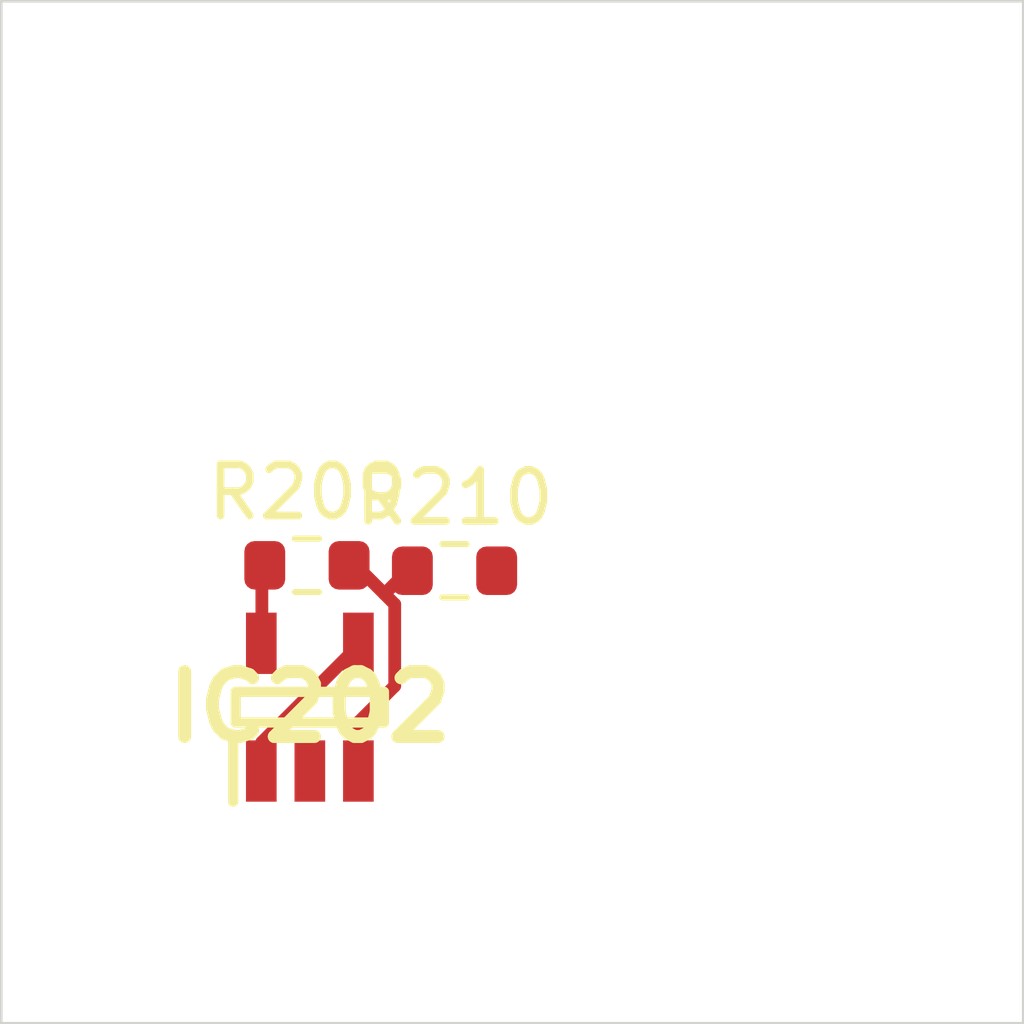
<source format=kicad_pcb>
 ( kicad_pcb  ( version 20171130 )
 ( host pcbnew 5.1.12-84ad8e8a86~92~ubuntu18.04.1 )
 ( general  ( thickness 1.6 )
 ( drawings 4 )
 ( tracks 0 )
 ( zones 0 )
 ( modules 3 )
 ( nets 5 )
)
 ( page A4 )
 ( layers  ( 0 F.Cu signal )
 ( 31 B.Cu signal )
 ( 32 B.Adhes user )
 ( 33 F.Adhes user )
 ( 34 B.Paste user )
 ( 35 F.Paste user )
 ( 36 B.SilkS user )
 ( 37 F.SilkS user )
 ( 38 B.Mask user )
 ( 39 F.Mask user )
 ( 40 Dwgs.User user )
 ( 41 Cmts.User user )
 ( 42 Eco1.User user )
 ( 43 Eco2.User user )
 ( 44 Edge.Cuts user )
 ( 45 Margin user )
 ( 46 B.CrtYd user )
 ( 47 F.CrtYd user )
 ( 48 B.Fab user )
 ( 49 F.Fab user )
)
 ( setup  ( last_trace_width 0.25 )
 ( trace_clearance 0.2 )
 ( zone_clearance 0.508 )
 ( zone_45_only no )
 ( trace_min 0.2 )
 ( via_size 0.8 )
 ( via_drill 0.4 )
 ( via_min_size 0.4 )
 ( via_min_drill 0.3 )
 ( uvia_size 0.3 )
 ( uvia_drill 0.1 )
 ( uvias_allowed no )
 ( uvia_min_size 0.2 )
 ( uvia_min_drill 0.1 )
 ( edge_width 0.05 )
 ( segment_width 0.2 )
 ( pcb_text_width 0.3 )
 ( pcb_text_size 1.5 1.5 )
 ( mod_edge_width 0.12 )
 ( mod_text_size 1 1 )
 ( mod_text_width 0.15 )
 ( pad_size 1.524 1.524 )
 ( pad_drill 0.762 )
 ( pad_to_mask_clearance 0 )
 ( aux_axis_origin 0 0 )
 ( visible_elements FFFFFF7F )
 ( pcbplotparams  ( layerselection 0x010fc_ffffffff )
 ( usegerberextensions false )
 ( usegerberattributes true )
 ( usegerberadvancedattributes true )
 ( creategerberjobfile true )
 ( excludeedgelayer true )
 ( linewidth 0.100000 )
 ( plotframeref false )
 ( viasonmask false )
 ( mode 1 )
 ( useauxorigin false )
 ( hpglpennumber 1 )
 ( hpglpenspeed 20 )
 ( hpglpendiameter 15.000000 )
 ( psnegative false )
 ( psa4output false )
 ( plotreference true )
 ( plotvalue true )
 ( plotinvisibletext false )
 ( padsonsilk false )
 ( subtractmaskfromsilk false )
 ( outputformat 1 )
 ( mirror false )
 ( drillshape 1 )
 ( scaleselection 1 )
 ( outputdirectory "" )
)
)
 ( net 0 "" )
 ( net 1 GND )
 ( net 2 VDDA )
 ( net 3 /Sheet6235D886/vp )
 ( net 4 "Net-(IC202-Pad3)" )
 ( net_class Default "This is the default net class."  ( clearance 0.2 )
 ( trace_width 0.25 )
 ( via_dia 0.8 )
 ( via_drill 0.4 )
 ( uvia_dia 0.3 )
 ( uvia_drill 0.1 )
 ( add_net /Sheet6235D886/vp )
 ( add_net GND )
 ( add_net "Net-(IC202-Pad3)" )
 ( add_net VDDA )
)
 ( module SOT95P280X145-5N locked  ( layer F.Cu )
 ( tedit 62336ED7 )
 ( tstamp 623423ED )
 ( at 86.038900 113.815000 90.000000 )
 ( descr DBV0005A )
 ( tags "Integrated Circuit" )
 ( path /6235D887/6266C08E )
 ( attr smd )
 ( fp_text reference IC202  ( at 0 0 )
 ( layer F.SilkS )
 ( effects  ( font  ( size 1.27 1.27 )
 ( thickness 0.254 )
)
)
)
 ( fp_text value TL071HIDBVR  ( at 0 0 )
 ( layer F.SilkS )
hide  ( effects  ( font  ( size 1.27 1.27 )
 ( thickness 0.254 )
)
)
)
 ( fp_line  ( start -1.85 -1.5 )
 ( end -0.65 -1.5 )
 ( layer F.SilkS )
 ( width 0.2 )
)
 ( fp_line  ( start -0.3 1.45 )
 ( end -0.3 -1.45 )
 ( layer F.SilkS )
 ( width 0.2 )
)
 ( fp_line  ( start 0.3 1.45 )
 ( end -0.3 1.45 )
 ( layer F.SilkS )
 ( width 0.2 )
)
 ( fp_line  ( start 0.3 -1.45 )
 ( end 0.3 1.45 )
 ( layer F.SilkS )
 ( width 0.2 )
)
 ( fp_line  ( start -0.3 -1.45 )
 ( end 0.3 -1.45 )
 ( layer F.SilkS )
 ( width 0.2 )
)
 ( fp_line  ( start -0.8 -0.5 )
 ( end 0.15 -1.45 )
 ( layer Dwgs.User )
 ( width 0.1 )
)
 ( fp_line  ( start -0.8 1.45 )
 ( end -0.8 -1.45 )
 ( layer Dwgs.User )
 ( width 0.1 )
)
 ( fp_line  ( start 0.8 1.45 )
 ( end -0.8 1.45 )
 ( layer Dwgs.User )
 ( width 0.1 )
)
 ( fp_line  ( start 0.8 -1.45 )
 ( end 0.8 1.45 )
 ( layer Dwgs.User )
 ( width 0.1 )
)
 ( fp_line  ( start -0.8 -1.45 )
 ( end 0.8 -1.45 )
 ( layer Dwgs.User )
 ( width 0.1 )
)
 ( fp_line  ( start -2.1 1.775 )
 ( end -2.1 -1.775 )
 ( layer Dwgs.User )
 ( width 0.05 )
)
 ( fp_line  ( start 2.1 1.775 )
 ( end -2.1 1.775 )
 ( layer Dwgs.User )
 ( width 0.05 )
)
 ( fp_line  ( start 2.1 -1.775 )
 ( end 2.1 1.775 )
 ( layer Dwgs.User )
 ( width 0.05 )
)
 ( fp_line  ( start -2.1 -1.775 )
 ( end 2.1 -1.775 )
 ( layer Dwgs.User )
 ( width 0.05 )
)
 ( pad 1 smd rect  ( at -1.25 -0.95 180.000000 )
 ( size 0.6 1.2 )
 ( layers F.Cu F.Mask F.Paste )
 ( net 3 /Sheet6235D886/vp )
)
 ( pad 2 smd rect  ( at -1.25 0 180.000000 )
 ( size 0.6 1.2 )
 ( layers F.Cu F.Mask F.Paste )
 ( net 1 GND )
)
 ( pad 3 smd rect  ( at -1.25 0.95 180.000000 )
 ( size 0.6 1.2 )
 ( layers F.Cu F.Mask F.Paste )
 ( net 4 "Net-(IC202-Pad3)" )
)
 ( pad 4 smd rect  ( at 1.25 0.95 180.000000 )
 ( size 0.6 1.2 )
 ( layers F.Cu F.Mask F.Paste )
 ( net 3 /Sheet6235D886/vp )
)
 ( pad 5 smd rect  ( at 1.25 -0.95 180.000000 )
 ( size 0.6 1.2 )
 ( layers F.Cu F.Mask F.Paste )
 ( net 2 VDDA )
)
)
 ( module Resistor_SMD:R_0603_1608Metric  ( layer F.Cu )
 ( tedit 5F68FEEE )
 ( tstamp 62342595 )
 ( at 85.981800 111.039000 )
 ( descr "Resistor SMD 0603 (1608 Metric), square (rectangular) end terminal, IPC_7351 nominal, (Body size source: IPC-SM-782 page 72, https://www.pcb-3d.com/wordpress/wp-content/uploads/ipc-sm-782a_amendment_1_and_2.pdf), generated with kicad-footprint-generator" )
 ( tags resistor )
 ( path /6235D887/623CDBD9 )
 ( attr smd )
 ( fp_text reference R209  ( at 0 -1.43 )
 ( layer F.SilkS )
 ( effects  ( font  ( size 1 1 )
 ( thickness 0.15 )
)
)
)
 ( fp_text value 100k  ( at 0 1.43 )
 ( layer F.Fab )
 ( effects  ( font  ( size 1 1 )
 ( thickness 0.15 )
)
)
)
 ( fp_line  ( start -0.8 0.4125 )
 ( end -0.8 -0.4125 )
 ( layer F.Fab )
 ( width 0.1 )
)
 ( fp_line  ( start -0.8 -0.4125 )
 ( end 0.8 -0.4125 )
 ( layer F.Fab )
 ( width 0.1 )
)
 ( fp_line  ( start 0.8 -0.4125 )
 ( end 0.8 0.4125 )
 ( layer F.Fab )
 ( width 0.1 )
)
 ( fp_line  ( start 0.8 0.4125 )
 ( end -0.8 0.4125 )
 ( layer F.Fab )
 ( width 0.1 )
)
 ( fp_line  ( start -0.237258 -0.5225 )
 ( end 0.237258 -0.5225 )
 ( layer F.SilkS )
 ( width 0.12 )
)
 ( fp_line  ( start -0.237258 0.5225 )
 ( end 0.237258 0.5225 )
 ( layer F.SilkS )
 ( width 0.12 )
)
 ( fp_line  ( start -1.48 0.73 )
 ( end -1.48 -0.73 )
 ( layer F.CrtYd )
 ( width 0.05 )
)
 ( fp_line  ( start -1.48 -0.73 )
 ( end 1.48 -0.73 )
 ( layer F.CrtYd )
 ( width 0.05 )
)
 ( fp_line  ( start 1.48 -0.73 )
 ( end 1.48 0.73 )
 ( layer F.CrtYd )
 ( width 0.05 )
)
 ( fp_line  ( start 1.48 0.73 )
 ( end -1.48 0.73 )
 ( layer F.CrtYd )
 ( width 0.05 )
)
 ( fp_text user %R  ( at 0 0 )
 ( layer F.Fab )
 ( effects  ( font  ( size 0.4 0.4 )
 ( thickness 0.06 )
)
)
)
 ( pad 1 smd roundrect  ( at -0.825 0 )
 ( size 0.8 0.95 )
 ( layers F.Cu F.Mask F.Paste )
 ( roundrect_rratio 0.25 )
 ( net 2 VDDA )
)
 ( pad 2 smd roundrect  ( at 0.825 0 )
 ( size 0.8 0.95 )
 ( layers F.Cu F.Mask F.Paste )
 ( roundrect_rratio 0.25 )
 ( net 4 "Net-(IC202-Pad3)" )
)
 ( model ${KISYS3DMOD}/Resistor_SMD.3dshapes/R_0603_1608Metric.wrl  ( at  ( xyz 0 0 0 )
)
 ( scale  ( xyz 1 1 1 )
)
 ( rotate  ( xyz 0 0 0 )
)
)
)
 ( module Resistor_SMD:R_0603_1608Metric  ( layer F.Cu )
 ( tedit 5F68FEEE )
 ( tstamp 623425A6 )
 ( at 88.870700 111.145000 )
 ( descr "Resistor SMD 0603 (1608 Metric), square (rectangular) end terminal, IPC_7351 nominal, (Body size source: IPC-SM-782 page 72, https://www.pcb-3d.com/wordpress/wp-content/uploads/ipc-sm-782a_amendment_1_and_2.pdf), generated with kicad-footprint-generator" )
 ( tags resistor )
 ( path /6235D887/623CDBDF )
 ( attr smd )
 ( fp_text reference R210  ( at 0 -1.43 )
 ( layer F.SilkS )
 ( effects  ( font  ( size 1 1 )
 ( thickness 0.15 )
)
)
)
 ( fp_text value 100k  ( at 0 1.43 )
 ( layer F.Fab )
 ( effects  ( font  ( size 1 1 )
 ( thickness 0.15 )
)
)
)
 ( fp_line  ( start 1.48 0.73 )
 ( end -1.48 0.73 )
 ( layer F.CrtYd )
 ( width 0.05 )
)
 ( fp_line  ( start 1.48 -0.73 )
 ( end 1.48 0.73 )
 ( layer F.CrtYd )
 ( width 0.05 )
)
 ( fp_line  ( start -1.48 -0.73 )
 ( end 1.48 -0.73 )
 ( layer F.CrtYd )
 ( width 0.05 )
)
 ( fp_line  ( start -1.48 0.73 )
 ( end -1.48 -0.73 )
 ( layer F.CrtYd )
 ( width 0.05 )
)
 ( fp_line  ( start -0.237258 0.5225 )
 ( end 0.237258 0.5225 )
 ( layer F.SilkS )
 ( width 0.12 )
)
 ( fp_line  ( start -0.237258 -0.5225 )
 ( end 0.237258 -0.5225 )
 ( layer F.SilkS )
 ( width 0.12 )
)
 ( fp_line  ( start 0.8 0.4125 )
 ( end -0.8 0.4125 )
 ( layer F.Fab )
 ( width 0.1 )
)
 ( fp_line  ( start 0.8 -0.4125 )
 ( end 0.8 0.4125 )
 ( layer F.Fab )
 ( width 0.1 )
)
 ( fp_line  ( start -0.8 -0.4125 )
 ( end 0.8 -0.4125 )
 ( layer F.Fab )
 ( width 0.1 )
)
 ( fp_line  ( start -0.8 0.4125 )
 ( end -0.8 -0.4125 )
 ( layer F.Fab )
 ( width 0.1 )
)
 ( fp_text user %R  ( at 0 0 )
 ( layer F.Fab )
 ( effects  ( font  ( size 0.4 0.4 )
 ( thickness 0.06 )
)
)
)
 ( pad 2 smd roundrect  ( at 0.825 0 )
 ( size 0.8 0.95 )
 ( layers F.Cu F.Mask F.Paste )
 ( roundrect_rratio 0.25 )
 ( net 1 GND )
)
 ( pad 1 smd roundrect  ( at -0.825 0 )
 ( size 0.8 0.95 )
 ( layers F.Cu F.Mask F.Paste )
 ( roundrect_rratio 0.25 )
 ( net 4 "Net-(IC202-Pad3)" )
)
 ( model ${KISYS3DMOD}/Resistor_SMD.3dshapes/R_0603_1608Metric.wrl  ( at  ( xyz 0 0 0 )
)
 ( scale  ( xyz 1 1 1 )
)
 ( rotate  ( xyz 0 0 0 )
)
)
)
 ( gr_line  ( start 100 100 )
 ( end 100 120 )
 ( layer Edge.Cuts )
 ( width 0.05 )
 ( tstamp 62E770C4 )
)
 ( gr_line  ( start 80 120 )
 ( end 100 120 )
 ( layer Edge.Cuts )
 ( width 0.05 )
 ( tstamp 62E770C0 )
)
 ( gr_line  ( start 80 100 )
 ( end 100 100 )
 ( layer Edge.Cuts )
 ( width 0.05 )
 ( tstamp 6234110C )
)
 ( gr_line  ( start 80 100 )
 ( end 80 120 )
 ( layer Edge.Cuts )
 ( width 0.05 )
)
 ( segment  ( start 85.200001 111.000002 )
 ( end 85.100001 111.100002 )
 ( width 0.250000 )
 ( layer F.Cu )
 ( net 2 )
)
 ( segment  ( start 85.100001 111.100002 )
 ( end 85.100001 112.600002 )
 ( width 0.250000 )
 ( layer F.Cu )
 ( net 2 )
)
 ( segment  ( start 87.000001 112.600002 )
 ( end 85.100001 114.500002 )
 ( width 0.250000 )
 ( layer F.Cu )
 ( net 3 )
)
 ( segment  ( start 85.100001 114.500002 )
 ( end 85.100001 115.100002 )
 ( width 0.250000 )
 ( layer F.Cu )
 ( net 3 )
)
 ( segment  ( start 86.800001 111.000002 )
 ( end 86.900001 111.000002 )
 ( width 0.250000 )
 ( layer F.Cu )
 ( net 4 )
)
 ( segment  ( start 86.900001 111.000002 )
 ( end 87.700001 111.800002 )
 ( width 0.250000 )
 ( layer F.Cu )
 ( net 4 )
)
 ( segment  ( start 87.700001 111.800002 )
 ( end 87.700001 113.400002 )
 ( width 0.250000 )
 ( layer F.Cu )
 ( net 4 )
)
 ( segment  ( start 87.700001 113.400002 )
 ( end 87.000001 114.100002 )
 ( width 0.250000 )
 ( layer F.Cu )
 ( net 4 )
)
 ( segment  ( start 87.000001 114.100002 )
 ( end 87.000001 115.100002 )
 ( width 0.250000 )
 ( layer F.Cu )
 ( net 4 )
)
 ( segment  ( start 88.000001 111.100002 )
 ( end 87.500001 111.600002 )
 ( width 0.250000 )
 ( layer F.Cu )
 ( net 4 )
)
)

</source>
